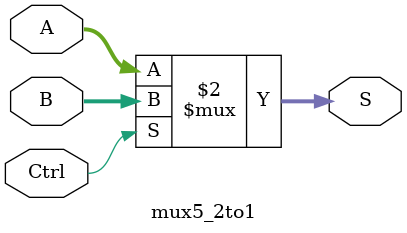
<source format=v>
`timescale 1ns / 1ps
module mux5_2to1(A, B, Ctrl, S);
	input wire Ctrl;	input  wire[4:0] A, B;	output wire[4:0] S;	assign S = (Ctrl == 1'b0) ? A : B;endmodule

</source>
